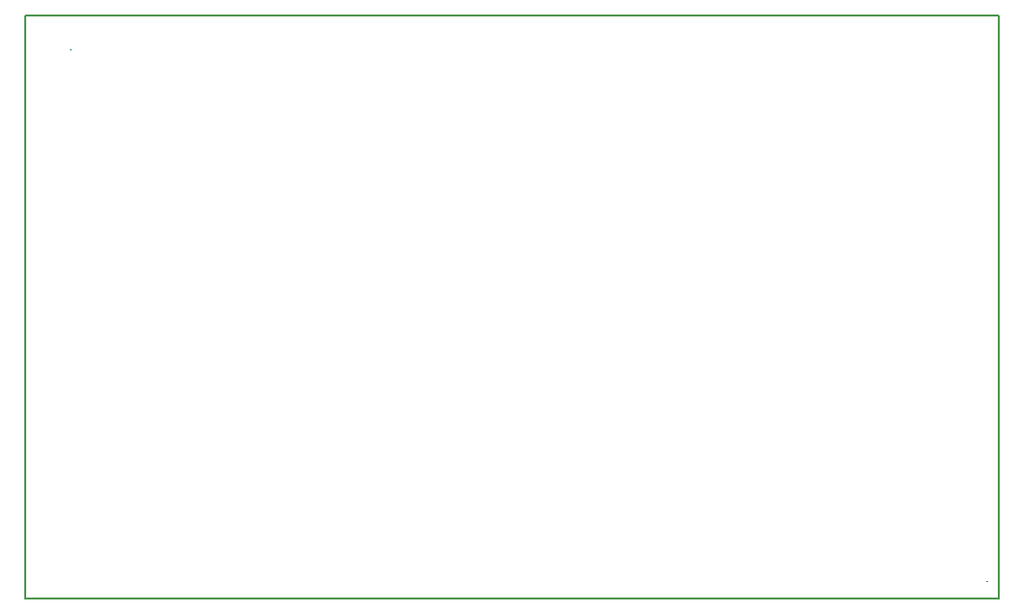
<source format=gbr>
G04 (created by PCBNEW (2013-jul-07)-stable) date śro, 10 cze 2015, 22:30:10*
%MOIN*%
G04 Gerber Fmt 3.4, Leading zero omitted, Abs format*
%FSLAX34Y34*%
G01*
G70*
G90*
G04 APERTURE LIST*
%ADD10C,0.00590551*%
G04 APERTURE END LIST*
G54D10*
X79921Y-47834D02*
G75*
G03X79921Y-47834I0J0D01*
G74*
G01*
X79920Y-47834D02*
X79922Y-47834D01*
X79921Y-47833D02*
X79921Y-47835D01*
X48425Y-29527D02*
G75*
G03X48425Y-29527I0J0D01*
G74*
G01*
X48424Y-29527D02*
X48426Y-29527D01*
X48425Y-29526D02*
X48425Y-29528D01*
X46850Y-28346D02*
X80314Y-28346D01*
X46850Y-48425D02*
X46850Y-28346D01*
X80314Y-48425D02*
X46850Y-48425D01*
X80314Y-28346D02*
X80314Y-48425D01*
M02*

</source>
